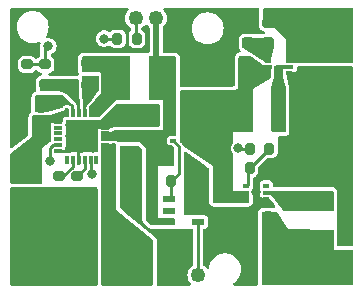
<source format=gtl>
G04 #@! TF.GenerationSoftware,KiCad,Pcbnew,7.0.5*
G04 #@! TF.CreationDate,2023-08-01T00:38:23-05:00*
G04 #@! TF.ProjectId,psxpress-pms,70737870-7265-4737-932d-706d732e6b69,rev?*
G04 #@! TF.SameCoordinates,Original*
G04 #@! TF.FileFunction,Copper,L1,Top*
G04 #@! TF.FilePolarity,Positive*
%FSLAX46Y46*%
G04 Gerber Fmt 4.6, Leading zero omitted, Abs format (unit mm)*
G04 Created by KiCad (PCBNEW 7.0.5) date 2023-08-01 00:38:23*
%MOMM*%
%LPD*%
G01*
G04 APERTURE LIST*
G04 Aperture macros list*
%AMRoundRect*
0 Rectangle with rounded corners*
0 $1 Rounding radius*
0 $2 $3 $4 $5 $6 $7 $8 $9 X,Y pos of 4 corners*
0 Add a 4 corners polygon primitive as box body*
4,1,4,$2,$3,$4,$5,$6,$7,$8,$9,$2,$3,0*
0 Add four circle primitives for the rounded corners*
1,1,$1+$1,$2,$3*
1,1,$1+$1,$4,$5*
1,1,$1+$1,$6,$7*
1,1,$1+$1,$8,$9*
0 Add four rect primitives between the rounded corners*
20,1,$1+$1,$2,$3,$4,$5,0*
20,1,$1+$1,$4,$5,$6,$7,0*
20,1,$1+$1,$6,$7,$8,$9,0*
20,1,$1+$1,$8,$9,$2,$3,0*%
G04 Aperture macros list end*
G04 #@! TA.AperFunction,SMDPad,CuDef*
%ADD10C,1.250000*%
G04 #@! TD*
G04 #@! TA.AperFunction,SMDPad,CuDef*
%ADD11R,1.500000X2.500000*%
G04 #@! TD*
G04 #@! TA.AperFunction,SMDPad,CuDef*
%ADD12R,2.500000X1.500000*%
G04 #@! TD*
G04 #@! TA.AperFunction,SMDPad,CuDef*
%ADD13RoundRect,0.200000X0.275000X-0.200000X0.275000X0.200000X-0.275000X0.200000X-0.275000X-0.200000X0*%
G04 #@! TD*
G04 #@! TA.AperFunction,SMDPad,CuDef*
%ADD14RoundRect,0.250000X-0.475000X0.250000X-0.475000X-0.250000X0.475000X-0.250000X0.475000X0.250000X0*%
G04 #@! TD*
G04 #@! TA.AperFunction,SMDPad,CuDef*
%ADD15R,0.800000X0.300000*%
G04 #@! TD*
G04 #@! TA.AperFunction,SMDPad,CuDef*
%ADD16R,0.300000X0.800000*%
G04 #@! TD*
G04 #@! TA.AperFunction,SMDPad,CuDef*
%ADD17R,2.800000X2.800000*%
G04 #@! TD*
G04 #@! TA.AperFunction,SMDPad,CuDef*
%ADD18RoundRect,0.250000X0.250000X0.475000X-0.250000X0.475000X-0.250000X-0.475000X0.250000X-0.475000X0*%
G04 #@! TD*
G04 #@! TA.AperFunction,SMDPad,CuDef*
%ADD19RoundRect,0.200000X-0.275000X0.200000X-0.275000X-0.200000X0.275000X-0.200000X0.275000X0.200000X0*%
G04 #@! TD*
G04 #@! TA.AperFunction,SMDPad,CuDef*
%ADD20R,0.500000X0.350000*%
G04 #@! TD*
G04 #@! TA.AperFunction,SMDPad,CuDef*
%ADD21R,0.300000X0.400000*%
G04 #@! TD*
G04 #@! TA.AperFunction,SMDPad,CuDef*
%ADD22R,1.980000X2.450000*%
G04 #@! TD*
G04 #@! TA.AperFunction,SMDPad,CuDef*
%ADD23R,0.430000X0.380000*%
G04 #@! TD*
G04 #@! TA.AperFunction,SMDPad,CuDef*
%ADD24RoundRect,0.200000X-0.200000X-0.275000X0.200000X-0.275000X0.200000X0.275000X-0.200000X0.275000X0*%
G04 #@! TD*
G04 #@! TA.AperFunction,SMDPad,CuDef*
%ADD25R,1.200000X3.700000*%
G04 #@! TD*
G04 #@! TA.AperFunction,SMDPad,CuDef*
%ADD26RoundRect,0.250000X-0.250000X-0.475000X0.250000X-0.475000X0.250000X0.475000X-0.250000X0.475000X0*%
G04 #@! TD*
G04 #@! TA.AperFunction,SMDPad,CuDef*
%ADD27R,1.050000X0.550000*%
G04 #@! TD*
G04 #@! TA.AperFunction,SMDPad,CuDef*
%ADD28R,3.700000X1.200000*%
G04 #@! TD*
G04 #@! TA.AperFunction,SMDPad,CuDef*
%ADD29RoundRect,0.250000X0.475000X-0.250000X0.475000X0.250000X-0.475000X0.250000X-0.475000X-0.250000X0*%
G04 #@! TD*
G04 #@! TA.AperFunction,SMDPad,CuDef*
%ADD30R,0.500000X0.375000*%
G04 #@! TD*
G04 #@! TA.AperFunction,SMDPad,CuDef*
%ADD31R,0.650000X0.300000*%
G04 #@! TD*
G04 #@! TA.AperFunction,SMDPad,CuDef*
%ADD32RoundRect,0.200000X0.200000X0.275000X-0.200000X0.275000X-0.200000X-0.275000X0.200000X-0.275000X0*%
G04 #@! TD*
G04 #@! TA.AperFunction,ViaPad*
%ADD33C,0.800000*%
G04 #@! TD*
G04 #@! TA.AperFunction,Conductor*
%ADD34C,0.500000*%
G04 #@! TD*
G04 #@! TA.AperFunction,Conductor*
%ADD35C,0.250000*%
G04 #@! TD*
G04 #@! TA.AperFunction,Conductor*
%ADD36C,0.380000*%
G04 #@! TD*
G04 APERTURE END LIST*
D10*
X168375000Y-57850000D03*
X170075000Y-57850000D03*
D11*
X185766252Y-58475000D03*
X185766252Y-65670652D03*
X185766252Y-70670652D03*
X185766252Y-78950000D03*
D10*
X171946252Y-79600000D03*
X173646252Y-79600000D03*
D12*
X167625000Y-79475000D03*
D11*
X158700000Y-73548748D03*
X158700000Y-70598748D03*
D13*
X163396252Y-72848748D03*
X163396252Y-71198748D03*
D14*
X185528752Y-61000652D03*
X185528752Y-62900652D03*
D15*
X161771252Y-66598748D03*
X161771252Y-67098748D03*
X161771252Y-67598748D03*
X161771252Y-68098748D03*
X161771252Y-68598748D03*
X161771252Y-69098748D03*
D16*
X162521252Y-69848748D03*
X163021252Y-69848748D03*
X163521252Y-69848748D03*
X164021252Y-69848748D03*
X164521252Y-69848748D03*
X165021252Y-69848748D03*
D15*
X165771252Y-69098748D03*
X165771252Y-68598748D03*
X165771252Y-68098748D03*
X165771252Y-67598748D03*
X165771252Y-67098748D03*
X165771252Y-66598748D03*
D16*
X165021252Y-65848748D03*
X164521252Y-65848748D03*
X164021252Y-65848748D03*
X163521252Y-65848748D03*
X163021252Y-65848748D03*
X162521252Y-65848748D03*
D17*
X163771252Y-67848748D03*
D18*
X160321252Y-67173748D03*
X158421252Y-67173748D03*
D19*
X159171252Y-61748748D03*
X159171252Y-63398748D03*
D20*
X171506252Y-66250000D03*
X171506252Y-66900000D03*
X171506252Y-67550000D03*
X171506252Y-68200000D03*
D21*
X174406252Y-68200000D03*
X174406252Y-67550000D03*
X174406252Y-66900000D03*
X174406252Y-66250000D03*
D22*
X173266252Y-67225000D03*
D23*
X172906252Y-65810000D03*
X172906252Y-68640000D03*
D13*
X160696252Y-63398748D03*
X160696252Y-61748748D03*
D18*
X179516252Y-74948748D03*
X177616252Y-74948748D03*
D24*
X178016252Y-70548748D03*
X179666252Y-70548748D03*
D25*
X170071252Y-62923748D03*
X167271252Y-62923748D03*
D26*
X165921252Y-71673748D03*
X167821252Y-71673748D03*
D18*
X177891252Y-61995652D03*
X175991252Y-61995652D03*
D24*
X166800000Y-59575000D03*
X168450000Y-59575000D03*
D27*
X173641252Y-75075000D03*
X173641252Y-74125000D03*
X173641252Y-73175000D03*
X171141252Y-73175000D03*
X171141252Y-74125000D03*
X171141252Y-75075000D03*
D24*
X178016252Y-68873748D03*
X179666252Y-68873748D03*
D14*
X175716252Y-72895652D03*
X175716252Y-74795652D03*
D28*
X183266252Y-73545652D03*
X183266252Y-76345652D03*
D29*
X169471252Y-67823748D03*
X169471252Y-65923748D03*
X167431252Y-67823748D03*
X167431252Y-65923748D03*
D30*
X177716252Y-72070652D03*
D31*
X177641252Y-72608152D03*
D30*
X177716252Y-73145652D03*
X179416252Y-73145652D03*
D31*
X179491252Y-72608152D03*
D30*
X179416252Y-72070652D03*
X179591252Y-61445652D03*
D31*
X179516252Y-61983152D03*
D30*
X179591252Y-62520652D03*
X181291252Y-62520652D03*
D31*
X181366252Y-61983152D03*
D30*
X181291252Y-61445652D03*
D13*
X161871252Y-72848748D03*
X161871252Y-71198748D03*
X177841252Y-59895652D03*
X177841252Y-58245652D03*
D19*
X179591252Y-58245652D03*
X179591252Y-59895652D03*
D32*
X171350000Y-71625000D03*
X169700000Y-71625000D03*
D18*
X160321252Y-65098748D03*
X158421252Y-65098748D03*
D14*
X183241252Y-60995652D03*
X183241252Y-62895652D03*
D18*
X179516252Y-77098748D03*
X177616252Y-77098748D03*
D14*
X164496252Y-61598748D03*
X164496252Y-63498748D03*
D25*
X177641252Y-65645652D03*
X180441252Y-65645652D03*
D14*
X162471252Y-61598748D03*
X162471252Y-63498748D03*
D18*
X169696252Y-69623748D03*
X167796252Y-69623748D03*
D33*
X182450000Y-70225000D03*
X159325000Y-75525000D03*
X178566252Y-72595652D03*
X182450000Y-65250000D03*
X163771252Y-68823748D03*
X173825000Y-72250000D03*
X172275000Y-59150000D03*
X173050000Y-62675000D03*
X173950000Y-62675000D03*
X158425000Y-79850000D03*
X162771252Y-66873748D03*
X164775000Y-57550000D03*
X163500000Y-76425000D03*
X183350000Y-66150000D03*
X176150000Y-76250000D03*
X176400000Y-57900000D03*
X164721252Y-68823748D03*
X171375000Y-59150000D03*
X162771252Y-67848748D03*
X173950000Y-61775000D03*
X183350000Y-71125000D03*
X183350000Y-68625000D03*
X158125000Y-63625000D03*
X182450000Y-67725000D03*
X173050000Y-61775000D03*
X183350000Y-65250000D03*
X172275000Y-60050000D03*
X163525000Y-79850000D03*
X163771252Y-66898748D03*
X171475000Y-77100000D03*
X163300000Y-58700000D03*
X164775000Y-58675000D03*
X176375000Y-59650000D03*
X186150000Y-73050000D03*
X170575000Y-77100000D03*
X163500000Y-75525000D03*
X186150000Y-76575000D03*
X168400000Y-72825000D03*
X162771252Y-68823748D03*
X168400000Y-73725000D03*
X167500000Y-72825000D03*
X166325000Y-66150000D03*
X161850000Y-57525000D03*
X167500000Y-73725000D03*
X178000000Y-78975000D03*
X158525000Y-60325000D03*
X164600000Y-72675000D03*
X172925000Y-72250000D03*
X182450000Y-68625000D03*
X164425000Y-79850000D03*
X183350000Y-67725000D03*
X176150000Y-77150000D03*
X171475000Y-76200000D03*
X171375000Y-60050000D03*
X178000000Y-79875000D03*
X164721252Y-66873748D03*
X183350000Y-70225000D03*
X171375000Y-59150000D03*
X159325000Y-76425000D03*
X163771252Y-67848748D03*
X186150000Y-75675000D03*
X182450000Y-71125000D03*
X173825000Y-71350000D03*
X164400000Y-75525000D03*
X182450000Y-66150000D03*
X164721252Y-67848748D03*
X159325000Y-79850000D03*
X186150000Y-73950000D03*
X161850000Y-58650000D03*
X164400000Y-76425000D03*
X163300000Y-57525000D03*
X170575000Y-76200000D03*
X175250000Y-76250000D03*
X158425000Y-76425000D03*
X173050000Y-61775000D03*
X172925000Y-71350000D03*
X158425000Y-75525000D03*
X175250000Y-77150000D03*
X161125000Y-69925000D03*
X165700000Y-59575000D03*
X164646252Y-71073748D03*
X160950000Y-60225000D03*
X177025000Y-68850000D03*
X180900000Y-79000000D03*
D34*
X170071252Y-57853748D02*
X170075000Y-57850000D01*
X170071252Y-62923748D02*
X170071252Y-57853748D01*
D35*
X170917504Y-75075000D02*
X171141252Y-75075000D01*
X162496252Y-69098748D02*
X162771252Y-68823748D01*
D36*
X178566252Y-72808152D02*
X178566252Y-72595652D01*
D35*
X161771252Y-69098748D02*
X162496252Y-69098748D01*
X160796252Y-63498748D02*
X160696252Y-63398748D01*
X162371252Y-63398748D02*
X162471252Y-63498748D01*
X161326252Y-68598748D02*
X161771252Y-68598748D01*
X166800000Y-59575000D02*
X165700000Y-59575000D01*
X161119252Y-68805748D02*
X161326252Y-68598748D01*
X161119252Y-69919252D02*
X161119252Y-68805748D01*
X161125000Y-69925000D02*
X161119252Y-69919252D01*
X163021252Y-70402748D02*
X163021252Y-69848748D01*
X161871252Y-71198748D02*
X162225252Y-71198748D01*
X162225252Y-71198748D02*
X163021252Y-70402748D01*
X163396252Y-71198748D02*
X164021252Y-70573748D01*
X164021252Y-70573748D02*
X164021252Y-69848748D01*
X159171252Y-61748748D02*
X160696252Y-61748748D01*
X160950000Y-60225000D02*
X160696252Y-60478748D01*
X164646252Y-71073748D02*
X164521252Y-70948748D01*
X164521252Y-70948748D02*
X164521252Y-69848748D01*
X160696252Y-60478748D02*
X160696252Y-61748748D01*
X173641252Y-75075000D02*
X173641252Y-79595000D01*
X173641252Y-79595000D02*
X173646252Y-79600000D01*
X171975000Y-71000000D02*
X171975000Y-68668748D01*
X171350000Y-72966252D02*
X171350000Y-71625000D01*
X171350000Y-71625000D02*
X171975000Y-71000000D01*
X171141252Y-73175000D02*
X171350000Y-72966252D01*
X171975000Y-68668748D02*
X171506252Y-68200000D01*
X177841252Y-71945652D02*
X177716252Y-72070652D01*
X178016252Y-70548748D02*
X177841252Y-70723748D01*
X178016252Y-70548748D02*
X179666252Y-68898748D01*
X179666252Y-68898748D02*
X179666252Y-68873748D01*
X177841252Y-70723748D02*
X177841252Y-71945652D01*
X168375000Y-59500000D02*
X168375000Y-57850000D01*
X168450000Y-59575000D02*
X168375000Y-59500000D01*
X177048748Y-68873748D02*
X178016252Y-68873748D01*
X177025000Y-68850000D02*
X177048748Y-68873748D01*
G04 #@! TA.AperFunction,Conductor*
G36*
X178108717Y-61065337D02*
G01*
X178110761Y-61066679D01*
X178157896Y-61098301D01*
X178817407Y-61540758D01*
X179164540Y-61777439D01*
X179182196Y-61792068D01*
X179255215Y-61840858D01*
X179255219Y-61840860D01*
X179293735Y-61848520D01*
X179319533Y-61853652D01*
X179716752Y-61853651D01*
X179783791Y-61873335D01*
X179829546Y-61926139D01*
X179840752Y-61977651D01*
X179840752Y-62756412D01*
X179821067Y-62823451D01*
X179781022Y-62862456D01*
X178241252Y-63795651D01*
X178241251Y-63795652D01*
X178241252Y-67371652D01*
X178221567Y-67438691D01*
X178168763Y-67484446D01*
X178117252Y-67495652D01*
X176591252Y-67495652D01*
X176591252Y-68349977D01*
X176571567Y-68417016D01*
X176560068Y-68432203D01*
X176557139Y-68435509D01*
X176471541Y-68559519D01*
X176418106Y-68700413D01*
X176418105Y-68700416D01*
X176399943Y-68849999D01*
X176399943Y-68850000D01*
X176418105Y-68999583D01*
X176418106Y-68999586D01*
X176471541Y-69140480D01*
X176557136Y-69264487D01*
X176560064Y-69267791D01*
X176589788Y-69331023D01*
X176591252Y-69350022D01*
X176591252Y-72455652D01*
X177330909Y-72455652D01*
X177378359Y-72465090D01*
X177380216Y-72465859D01*
X177401459Y-72470084D01*
X177444533Y-72478652D01*
X177817195Y-72478651D01*
X177884234Y-72498335D01*
X177929989Y-72551139D01*
X177938110Y-72588471D01*
X177940291Y-72588207D01*
X177959357Y-72745238D01*
X177961152Y-72752516D01*
X177960134Y-72752766D01*
X177966252Y-72786138D01*
X177966252Y-73361652D01*
X177946567Y-73428691D01*
X177893763Y-73474446D01*
X177842252Y-73485652D01*
X174990052Y-73485652D01*
X174923013Y-73465967D01*
X174877258Y-73413163D01*
X174866052Y-73361852D01*
X174865056Y-72745238D01*
X174861252Y-70388748D01*
X174861251Y-70388748D01*
X172359278Y-68647807D01*
X172315493Y-68593359D01*
X172307985Y-68567550D01*
X172304672Y-68548757D01*
X172304669Y-68548751D01*
X172303760Y-68546254D01*
X172294087Y-68522899D01*
X172292960Y-68520483D01*
X172292960Y-68520481D01*
X172287766Y-68513064D01*
X172268217Y-68485143D01*
X172265316Y-68480591D01*
X172250500Y-68454928D01*
X172243751Y-68443238D01*
X172212500Y-68417016D01*
X172210706Y-68415510D01*
X172206734Y-68411871D01*
X172111319Y-68316456D01*
X172077834Y-68255133D01*
X172075000Y-68228775D01*
X172075000Y-64069017D01*
X172094685Y-64001978D01*
X172147489Y-63956223D01*
X172199013Y-63945018D01*
X176566252Y-63945652D01*
X177041252Y-63795652D01*
X177041252Y-62695652D01*
X177041252Y-61169652D01*
X177060937Y-61102613D01*
X177113741Y-61056858D01*
X177165252Y-61045652D01*
X178041678Y-61045652D01*
X178108717Y-61065337D01*
G37*
G04 #@! TD.AperFunction*
G04 #@! TA.AperFunction,Conductor*
G36*
X180009291Y-59515337D02*
G01*
X180055046Y-59568141D01*
X180066252Y-59619652D01*
X180066252Y-60281527D01*
X180063077Y-60309409D01*
X179841252Y-61270650D01*
X179841252Y-61488652D01*
X179821567Y-61555691D01*
X179768763Y-61601446D01*
X179717252Y-61612652D01*
X179367069Y-61612652D01*
X179300030Y-61592967D01*
X179297986Y-61591625D01*
X177421169Y-60332495D01*
X177376464Y-60278799D01*
X177366252Y-60229522D01*
X177366252Y-59619652D01*
X177385937Y-59552613D01*
X177438741Y-59506858D01*
X177490252Y-59495652D01*
X179942252Y-59495652D01*
X180009291Y-59515337D01*
G37*
G04 #@! TD.AperFunction*
G04 #@! TA.AperFunction,Conductor*
G36*
X161131077Y-68295179D02*
G01*
X161130311Y-68297806D01*
X161105591Y-68325928D01*
X161100744Y-68329994D01*
X161096981Y-68334479D01*
X161075329Y-68354757D01*
X160399999Y-68849999D01*
X160399999Y-71725942D01*
X160380314Y-71792981D01*
X160327510Y-71838736D01*
X160275942Y-71849942D01*
X157840695Y-71848814D01*
X157773664Y-71829098D01*
X157727934Y-71776273D01*
X157716752Y-71724814D01*
X157716752Y-69393860D01*
X157736437Y-69326821D01*
X157764987Y-69295698D01*
X159575000Y-67898748D01*
X161131077Y-68295179D01*
G37*
G04 #@! TD.AperFunction*
G04 #@! TA.AperFunction,Conductor*
G36*
X166700000Y-74050000D02*
G01*
X169779855Y-76587801D01*
X169819074Y-76645623D01*
X169825000Y-76683497D01*
X169825000Y-80349248D01*
X169805315Y-80416287D01*
X169752511Y-80462042D01*
X169701000Y-80473248D01*
X165549000Y-80473248D01*
X165481961Y-80453563D01*
X165436206Y-80400759D01*
X165425000Y-80349248D01*
X165425000Y-72425058D01*
X165425000Y-72425000D01*
X166696252Y-72425000D01*
X166700000Y-74050000D01*
G37*
G04 #@! TD.AperFunction*
G04 #@! TA.AperFunction,Conductor*
G36*
X163489291Y-63018433D02*
G01*
X163535046Y-63071237D01*
X163546252Y-63122748D01*
X163546252Y-63998748D01*
X163662233Y-65344137D01*
X163660309Y-65378975D01*
X163650752Y-65427027D01*
X163650752Y-66104248D01*
X163631067Y-66171287D01*
X163578263Y-66217042D01*
X163526752Y-66228248D01*
X163515751Y-66228248D01*
X163448712Y-66208563D01*
X163402957Y-66155759D01*
X163391751Y-66104248D01*
X163391751Y-65427028D01*
X163389666Y-65416547D01*
X163387379Y-65387483D01*
X163389866Y-65324248D01*
X163389865Y-65324245D01*
X163390177Y-65316306D01*
X163390666Y-65305316D01*
X163389575Y-65271013D01*
X163360312Y-65181928D01*
X163360310Y-65181924D01*
X163325186Y-65121537D01*
X163325184Y-65121535D01*
X163285343Y-65071208D01*
X163285338Y-65071202D01*
X163169292Y-64961265D01*
X163169266Y-64961241D01*
X163166682Y-64958868D01*
X163166654Y-64958843D01*
X163155936Y-64949303D01*
X163156174Y-64949035D01*
X163142575Y-64935726D01*
X163142219Y-64936053D01*
X163139236Y-64932793D01*
X163139232Y-64932788D01*
X163092441Y-64888460D01*
X162408390Y-64240410D01*
X162408386Y-64240406D01*
X162408377Y-64240398D01*
X162400383Y-64233505D01*
X162400368Y-64233492D01*
X162377986Y-64215950D01*
X162362580Y-64208023D01*
X162323593Y-64176591D01*
X162321252Y-64173748D01*
X162321251Y-64173748D01*
X161746252Y-63998748D01*
X161746252Y-62998748D01*
X163422252Y-62998748D01*
X163489291Y-63018433D01*
G37*
G04 #@! TD.AperFunction*
G04 #@! TA.AperFunction,Conductor*
G36*
X162238881Y-64393433D02*
G01*
X162257122Y-64407730D01*
X162984146Y-65096490D01*
X162994591Y-65114447D01*
X163009689Y-65121019D01*
X163015453Y-65126149D01*
X163130258Y-65234912D01*
X163165388Y-65295308D01*
X163162952Y-65350144D01*
X163165927Y-65350736D01*
X163150752Y-65427024D01*
X163150752Y-66104248D01*
X163131067Y-66171287D01*
X163078263Y-66217042D01*
X163026752Y-66228248D01*
X163015751Y-66228248D01*
X162948712Y-66208563D01*
X162902957Y-66155759D01*
X162891751Y-66104248D01*
X162891751Y-65427030D01*
X162891750Y-65427024D01*
X162878959Y-65362713D01*
X162830224Y-65289776D01*
X162830221Y-65289774D01*
X162830200Y-65289742D01*
X162829979Y-65289612D01*
X162757287Y-65241041D01*
X162757286Y-65241040D01*
X162757285Y-65241040D01*
X162757284Y-65241039D01*
X162692973Y-65228248D01*
X162349535Y-65228248D01*
X162285216Y-65241041D01*
X162285213Y-65241042D01*
X162212280Y-65289775D01*
X162163544Y-65362714D01*
X162163543Y-65362715D01*
X162158542Y-65387862D01*
X162126157Y-65449773D01*
X162069552Y-65483302D01*
X160838110Y-65819150D01*
X160805582Y-65823519D01*
X160518375Y-65823748D01*
X159945252Y-65823748D01*
X159878213Y-65804063D01*
X159832458Y-65751259D01*
X159821252Y-65699748D01*
X159821252Y-64497748D01*
X159840937Y-64430709D01*
X159893741Y-64384954D01*
X159945252Y-64373748D01*
X162171842Y-64373748D01*
X162238881Y-64393433D01*
G37*
G04 #@! TD.AperFunction*
G04 #@! TA.AperFunction,Conductor*
G36*
X161746252Y-63998748D02*
G01*
X160345252Y-63998748D01*
X160278213Y-63979063D01*
X160232458Y-63926259D01*
X160221252Y-63874748D01*
X160221252Y-63122748D01*
X160240937Y-63055709D01*
X160293741Y-63009954D01*
X160345252Y-62998748D01*
X161746252Y-62998748D01*
X161746252Y-63998748D01*
G37*
G04 #@! TD.AperFunction*
G04 #@! TA.AperFunction,Conductor*
G36*
X161147419Y-66749890D02*
G01*
X161147419Y-66749891D01*
X161149884Y-68230734D01*
X161131077Y-68295179D01*
X159575000Y-67898748D01*
X159575000Y-66173901D01*
X159594685Y-66106862D01*
X159647489Y-66061107D01*
X159698899Y-66049901D01*
X161146252Y-66048748D01*
X161147419Y-66749890D01*
G37*
G04 #@! TD.AperFunction*
G04 #@! TA.AperFunction,Conductor*
G36*
X185059291Y-72465337D02*
G01*
X185105046Y-72518141D01*
X185116252Y-72569652D01*
X185116252Y-74021652D01*
X185096567Y-74088691D01*
X185043763Y-74134446D01*
X184992252Y-74145652D01*
X180927581Y-74145652D01*
X180860542Y-74125967D01*
X180829030Y-74096909D01*
X180822754Y-74088691D01*
X180760367Y-74006993D01*
X179816253Y-72770652D01*
X179810567Y-72767840D01*
X179763966Y-72754156D01*
X179763568Y-72755118D01*
X179754625Y-72751413D01*
X179753104Y-72750967D01*
X179752342Y-72750467D01*
X179752284Y-72750443D01*
X179687975Y-72737652D01*
X179687971Y-72737652D01*
X179314034Y-72737652D01*
X179246995Y-72717967D01*
X179201240Y-72665163D01*
X179191628Y-72603153D01*
X179191309Y-72603153D01*
X179191309Y-72602651D01*
X179191466Y-72602113D01*
X179190938Y-72598704D01*
X179191309Y-72595652D01*
X179191308Y-72595649D01*
X179192213Y-72588204D01*
X179195436Y-72588595D01*
X179210994Y-72535612D01*
X179263798Y-72489857D01*
X179315309Y-72478651D01*
X179687969Y-72478651D01*
X179687970Y-72478651D01*
X179752287Y-72465859D01*
X179752288Y-72465858D01*
X179752289Y-72465858D01*
X179763572Y-72461185D01*
X179764124Y-72462519D01*
X179817932Y-72445672D01*
X179820144Y-72445652D01*
X184992252Y-72445652D01*
X185059291Y-72465337D01*
G37*
G04 #@! TD.AperFunction*
G04 #@! TA.AperFunction,Conductor*
G36*
X186709191Y-56993933D02*
G01*
X186754946Y-57046737D01*
X186766152Y-57098248D01*
X186766152Y-61499676D01*
X186746467Y-61566715D01*
X186693663Y-61612470D01*
X186642085Y-61623676D01*
X181767307Y-61621043D01*
X181743187Y-61618661D01*
X181712973Y-61612652D01*
X181165252Y-61612652D01*
X181098213Y-61592967D01*
X181052458Y-61540163D01*
X181041252Y-61488652D01*
X181041252Y-59623747D01*
X180066253Y-58645652D01*
X180066252Y-58645652D01*
X179240252Y-58645652D01*
X179173213Y-58625967D01*
X179127458Y-58573163D01*
X179116252Y-58521652D01*
X179116252Y-57098248D01*
X179135937Y-57031209D01*
X179188741Y-56985454D01*
X179240252Y-56974248D01*
X186642152Y-56974248D01*
X186709191Y-56993933D01*
G37*
G04 #@! TD.AperFunction*
G04 #@! TA.AperFunction,Conductor*
G36*
X171771252Y-67680500D02*
G01*
X171751567Y-67747539D01*
X171698763Y-67793294D01*
X171647252Y-67804500D01*
X171234535Y-67804500D01*
X171170216Y-67817293D01*
X171170213Y-67817294D01*
X171097280Y-67866027D01*
X171048544Y-67938966D01*
X171048543Y-67938967D01*
X171035752Y-68003277D01*
X171035752Y-68396716D01*
X171048545Y-68461035D01*
X171048546Y-68461038D01*
X171091160Y-68524813D01*
X171097280Y-68533972D01*
X171170217Y-68582707D01*
X171170218Y-68582707D01*
X171170219Y-68582708D01*
X171208735Y-68590368D01*
X171234533Y-68595500D01*
X171361777Y-68595499D01*
X171428817Y-68615183D01*
X171449459Y-68631818D01*
X171593181Y-68775540D01*
X171626666Y-68836863D01*
X171629500Y-68863221D01*
X171629500Y-70225785D01*
X171609815Y-70292824D01*
X171557011Y-70338579D01*
X171505402Y-70349785D01*
X170196252Y-70348747D01*
X170196252Y-70348748D01*
X169196252Y-70348748D01*
X169196252Y-68898748D01*
X168746252Y-68323748D01*
X166862885Y-68323748D01*
X166795846Y-68304063D01*
X166789048Y-68299368D01*
X166785336Y-68296617D01*
X166785334Y-68296615D01*
X166744078Y-68274341D01*
X166702824Y-68252068D01*
X166702825Y-68252068D01*
X166640569Y-68233788D01*
X166635787Y-68232384D01*
X166635788Y-68232384D01*
X166635786Y-68232383D01*
X166635784Y-68232383D01*
X166572252Y-68223248D01*
X166300558Y-68223248D01*
X166295836Y-68223712D01*
X166256585Y-68227577D01*
X166256560Y-68227581D01*
X166247265Y-68229429D01*
X166198906Y-68229428D01*
X166192973Y-68228248D01*
X166192971Y-68228248D01*
X165515751Y-68228248D01*
X165448712Y-68208563D01*
X165402957Y-68155759D01*
X165391751Y-68104248D01*
X165391751Y-67593247D01*
X165411436Y-67526208D01*
X165464240Y-67480453D01*
X165515751Y-67469247D01*
X166192969Y-67469247D01*
X166192970Y-67469247D01*
X166257287Y-67456455D01*
X166304328Y-67425022D01*
X166344487Y-67407501D01*
X166682090Y-67327119D01*
X166710810Y-67323748D01*
X170671252Y-67323748D01*
X171246252Y-67323748D01*
X171771252Y-67323748D01*
X171771252Y-67680500D01*
G37*
G04 #@! TD.AperFunction*
G04 #@! TA.AperFunction,Conductor*
G36*
X167818039Y-61094685D02*
G01*
X167863794Y-61147489D01*
X167875000Y-61199000D01*
X167875000Y-64651000D01*
X167855315Y-64718039D01*
X167802511Y-64763794D01*
X167751000Y-64775000D01*
X166674998Y-64775000D01*
X165233308Y-66192663D01*
X165171706Y-66225631D01*
X165146367Y-66228248D01*
X164515751Y-66228248D01*
X164448712Y-66208563D01*
X164402957Y-66155759D01*
X164391751Y-66104248D01*
X164391751Y-65476508D01*
X164411436Y-65409469D01*
X164421731Y-65395661D01*
X165450000Y-64200000D01*
X165450000Y-62550000D01*
X165300000Y-62400000D01*
X163899000Y-62400000D01*
X163831961Y-62380315D01*
X163786206Y-62327511D01*
X163775000Y-62276000D01*
X163775000Y-61199000D01*
X163794685Y-61131961D01*
X163847489Y-61086206D01*
X163899000Y-61075000D01*
X167751000Y-61075000D01*
X167818039Y-61094685D01*
G37*
G04 #@! TD.AperFunction*
G04 #@! TA.AperFunction,Conductor*
G36*
X166639291Y-68468433D02*
G01*
X166685046Y-68521237D01*
X166696252Y-68572748D01*
X166696252Y-72424857D01*
X166696252Y-72425000D01*
X165425000Y-72425000D01*
X165421388Y-68593362D01*
X165441009Y-68526306D01*
X165493770Y-68480501D01*
X165545388Y-68469247D01*
X166192969Y-68469247D01*
X166192970Y-68469247D01*
X166257287Y-68456455D01*
X166257287Y-68456454D01*
X166269266Y-68454072D01*
X166269438Y-68454937D01*
X166300558Y-68448748D01*
X166572252Y-68448748D01*
X166639291Y-68468433D01*
G37*
G04 #@! TD.AperFunction*
G04 #@! TA.AperFunction,Conductor*
G36*
X180206728Y-74224764D02*
G01*
X180273699Y-74244680D01*
X180311309Y-74282815D01*
X181216252Y-75723748D01*
X184992949Y-75744959D01*
X185059876Y-75765020D01*
X185105334Y-75818080D01*
X185116252Y-75868956D01*
X185116252Y-77445652D01*
X186642152Y-77445652D01*
X186709191Y-77465337D01*
X186754946Y-77518141D01*
X186766152Y-77569652D01*
X186766152Y-80346652D01*
X186746467Y-80413691D01*
X186693663Y-80459446D01*
X186642152Y-80470652D01*
X179140252Y-80470652D01*
X179073213Y-80450967D01*
X179027458Y-80398163D01*
X179016252Y-80346652D01*
X179016252Y-77445652D01*
X179016252Y-74345076D01*
X179035936Y-74278041D01*
X179088740Y-74232286D01*
X179140675Y-74221081D01*
X180206728Y-74224764D01*
G37*
G04 #@! TD.AperFunction*
G04 #@! TA.AperFunction,Conductor*
G36*
X180991291Y-61848034D02*
G01*
X181019533Y-61853652D01*
X181562970Y-61853651D01*
X181567252Y-61853651D01*
X181634291Y-61873335D01*
X181680046Y-61926139D01*
X181691252Y-61977651D01*
X181691252Y-61988652D01*
X181671567Y-62055691D01*
X181618763Y-62101446D01*
X181567252Y-62112652D01*
X181019534Y-62112652D01*
X180994999Y-62117532D01*
X180991291Y-62118270D01*
X180967104Y-62120652D01*
X180816252Y-62120652D01*
X180816252Y-62845650D01*
X181037914Y-63781558D01*
X181041252Y-63810136D01*
X181041252Y-67371652D01*
X181021567Y-67438691D01*
X180968763Y-67484446D01*
X180917252Y-67495652D01*
X179965252Y-67495652D01*
X179898213Y-67475967D01*
X179852458Y-67423163D01*
X179841252Y-67371652D01*
X179841252Y-63810136D01*
X179844590Y-63781558D01*
X180066252Y-62845650D01*
X180066252Y-61969652D01*
X180085937Y-61902613D01*
X180138741Y-61856858D01*
X180190252Y-61845652D01*
X180967103Y-61845652D01*
X180991291Y-61848034D01*
G37*
G04 #@! TD.AperFunction*
G04 #@! TA.AperFunction,Conductor*
G36*
X166171252Y-67228248D02*
G01*
X165349535Y-67228248D01*
X165285216Y-67241041D01*
X165285213Y-67241042D01*
X165273681Y-67248748D01*
X165171252Y-67248748D01*
X165171252Y-66469247D01*
X165192970Y-66469247D01*
X165257287Y-66456455D01*
X165268821Y-66448748D01*
X166171252Y-66448748D01*
X166171252Y-67228248D01*
G37*
G04 #@! TD.AperFunction*
G04 #@! TA.AperFunction,Conductor*
G36*
X171714291Y-61093433D02*
G01*
X171760046Y-61146237D01*
X171771252Y-61197747D01*
X171771252Y-67323748D01*
X170671252Y-67323748D01*
X170671252Y-64773748D01*
X169595252Y-64773748D01*
X169528213Y-64754063D01*
X169482458Y-64701259D01*
X169471252Y-64649748D01*
X169471252Y-61197748D01*
X169490937Y-61130709D01*
X169543741Y-61084954D01*
X169595252Y-61073748D01*
X171647252Y-61073748D01*
X171714291Y-61093433D01*
G37*
G04 #@! TD.AperFunction*
G04 #@! TA.AperFunction,Conductor*
G36*
X170200000Y-72100000D02*
G01*
X170200000Y-74800000D01*
X171551000Y-74800000D01*
X171618039Y-74819685D01*
X171663794Y-74872489D01*
X171675000Y-74924000D01*
X171675000Y-75226000D01*
X171655315Y-75293039D01*
X171602511Y-75338794D01*
X171551000Y-75350000D01*
X169676362Y-75350000D01*
X169609323Y-75330315D01*
X169588681Y-75313681D01*
X169236319Y-74961319D01*
X169202834Y-74899996D01*
X169200000Y-74873638D01*
X169200000Y-72100132D01*
X169196252Y-70348748D01*
X170196252Y-70348748D01*
X170200000Y-72100000D01*
G37*
G04 #@! TD.AperFunction*
G04 #@! TA.AperFunction,Conductor*
G36*
X163671252Y-69351178D02*
G01*
X163663544Y-69362714D01*
X163663543Y-69362715D01*
X163650752Y-69427024D01*
X163650752Y-70248748D01*
X163391752Y-70248748D01*
X163391751Y-69427030D01*
X163378959Y-69362713D01*
X163378957Y-69362711D01*
X163378957Y-69362709D01*
X163371252Y-69351178D01*
X163371252Y-69248748D01*
X163671252Y-69248748D01*
X163671252Y-69351178D01*
G37*
G04 #@! TD.AperFunction*
G04 #@! TA.AperFunction,Conductor*
G36*
X162593791Y-65473433D02*
G01*
X162639546Y-65526237D01*
X162650752Y-65577748D01*
X162650752Y-66104248D01*
X162631067Y-66171287D01*
X162578263Y-66217042D01*
X162526753Y-66228248D01*
X162349535Y-66228248D01*
X162285216Y-66241041D01*
X162285213Y-66241042D01*
X162212280Y-66289775D01*
X162163544Y-66362714D01*
X162163543Y-66362715D01*
X162150752Y-66427024D01*
X162150752Y-66604248D01*
X162131067Y-66671287D01*
X162078263Y-66717042D01*
X162026752Y-66728248D01*
X161349534Y-66728248D01*
X161349533Y-66728249D01*
X161273239Y-66743423D01*
X161273172Y-66743086D01*
X161239575Y-66749787D01*
X161147419Y-66749890D01*
X161146252Y-66048748D01*
X161046252Y-66048827D01*
X161046252Y-66048826D01*
X161053315Y-66048821D01*
X161066978Y-66039362D01*
X161329486Y-65920491D01*
X161347966Y-65913834D01*
X162128885Y-65700856D01*
X162184475Y-65677320D01*
X162241080Y-65643791D01*
X162266184Y-65626529D01*
X162325971Y-65554294D01*
X162343768Y-65520270D01*
X162392282Y-65469994D01*
X162453642Y-65453748D01*
X162526752Y-65453748D01*
X162593791Y-65473433D01*
G37*
G04 #@! TD.AperFunction*
G04 #@! TA.AperFunction,Conductor*
G36*
X165164291Y-62718433D02*
G01*
X165210046Y-62771237D01*
X165221252Y-62822748D01*
X165221252Y-63958565D01*
X165201567Y-64025604D01*
X165197685Y-64031292D01*
X164666310Y-64765093D01*
X164663100Y-64769157D01*
X164248199Y-65251603D01*
X164243299Y-65257719D01*
X164243286Y-65257736D01*
X164239218Y-65263192D01*
X164220623Y-65280851D01*
X164220914Y-65281142D01*
X164212277Y-65289779D01*
X164163545Y-65362711D01*
X164163543Y-65362715D01*
X164150752Y-65427024D01*
X164150752Y-66104248D01*
X164131067Y-66171287D01*
X164078263Y-66217042D01*
X164026752Y-66228248D01*
X164015751Y-66228248D01*
X163948712Y-66208563D01*
X163902957Y-66155759D01*
X163891751Y-66104248D01*
X163891751Y-65427030D01*
X163888349Y-65409930D01*
X163886156Y-65378904D01*
X163887829Y-65348622D01*
X163887584Y-65332701D01*
X163771981Y-63991698D01*
X163771752Y-63986370D01*
X163771752Y-63122749D01*
X163771751Y-63122743D01*
X163771607Y-63121398D01*
X163771252Y-63114767D01*
X163771252Y-62822748D01*
X163790937Y-62755709D01*
X163843741Y-62709954D01*
X163895252Y-62698748D01*
X165097252Y-62698748D01*
X165164291Y-62718433D01*
G37*
G04 #@! TD.AperFunction*
G04 #@! TA.AperFunction,Conductor*
G36*
X160348638Y-72151870D02*
G01*
X160348638Y-72150000D01*
X160400000Y-72150000D01*
X164995357Y-72150000D01*
X165062396Y-72169685D01*
X165108151Y-72222489D01*
X165119357Y-72273883D01*
X165119500Y-72425058D01*
X165119500Y-80349248D01*
X165099815Y-80416287D01*
X165047011Y-80462042D01*
X164995500Y-80473248D01*
X157840752Y-80473248D01*
X157773713Y-80453563D01*
X157727958Y-80400759D01*
X157716752Y-80349248D01*
X157716752Y-72278314D01*
X157736437Y-72211275D01*
X157789241Y-72165520D01*
X157840808Y-72154314D01*
X160210983Y-72155411D01*
X160275793Y-72155442D01*
X160275793Y-72155441D01*
X160275800Y-72155442D01*
X160333933Y-72149212D01*
X160348638Y-72151870D01*
G37*
G04 #@! TD.AperFunction*
G04 #@! TA.AperFunction,Conductor*
G36*
X168604028Y-68648933D02*
G01*
X168634639Y-68676826D01*
X168864402Y-68970411D01*
X168890218Y-69035336D01*
X168890752Y-69046833D01*
X168890752Y-70346662D01*
X168890747Y-70346769D01*
X168890752Y-70349049D01*
X168890752Y-70349367D01*
X168894500Y-72100264D01*
X168894500Y-74881820D01*
X168895375Y-74898147D01*
X168895379Y-74898199D01*
X168899080Y-74932615D01*
X168899920Y-74939660D01*
X168899920Y-74939662D01*
X168934700Y-75046401D01*
X168934704Y-75046411D01*
X168968189Y-75107733D01*
X169020289Y-75177329D01*
X169020307Y-75177350D01*
X169237823Y-75394865D01*
X169378446Y-75535488D01*
X169390621Y-75546424D01*
X169417634Y-75568192D01*
X169417674Y-75568224D01*
X169423172Y-75572551D01*
X169423175Y-75572553D01*
X169523251Y-75623439D01*
X169590290Y-75643124D01*
X169676362Y-75655500D01*
X169676365Y-75655500D01*
X171550991Y-75655500D01*
X171551000Y-75655500D01*
X171594202Y-75650855D01*
X171600836Y-75650499D01*
X171711108Y-75650499D01*
X171711116Y-75650499D01*
X171711130Y-75650497D01*
X171711135Y-75650497D01*
X171711864Y-75650413D01*
X171719008Y-75650000D01*
X173063486Y-75650000D01*
X173070636Y-75650413D01*
X173070754Y-75650426D01*
X173071387Y-75650500D01*
X173091749Y-75650499D01*
X173158787Y-75670181D01*
X173204544Y-75722983D01*
X173215752Y-75774499D01*
X173215752Y-78705613D01*
X173196067Y-78772652D01*
X173164638Y-78805931D01*
X173023557Y-78908433D01*
X173023554Y-78908435D01*
X172893381Y-79053009D01*
X172796109Y-79221488D01*
X172796108Y-79221489D01*
X172735990Y-79406516D01*
X172715654Y-79600000D01*
X172735990Y-79793483D01*
X172796108Y-79978510D01*
X172796109Y-79978511D01*
X172876411Y-80117597D01*
X172893382Y-80146992D01*
X172940341Y-80199145D01*
X173000785Y-80266276D01*
X173031015Y-80329268D01*
X173022389Y-80398603D01*
X172977648Y-80452268D01*
X172910995Y-80473226D01*
X172908635Y-80473248D01*
X170254500Y-80473248D01*
X170187461Y-80453563D01*
X170141706Y-80400759D01*
X170130500Y-80349248D01*
X170130500Y-76683502D01*
X170126828Y-76636277D01*
X170126828Y-76636271D01*
X170120902Y-76598397D01*
X170116778Y-76577049D01*
X170116775Y-76577042D01*
X170071906Y-76474141D01*
X170071903Y-76474136D01*
X170032684Y-76416314D01*
X169974130Y-76352031D01*
X167818576Y-74575854D01*
X167050177Y-73942693D01*
X167010958Y-73884870D01*
X167005032Y-73847285D01*
X167002682Y-72828139D01*
X167001752Y-72424585D01*
X167001752Y-68753248D01*
X167021437Y-68686209D01*
X167074241Y-68640454D01*
X167125752Y-68629248D01*
X168536989Y-68629248D01*
X168604028Y-68648933D01*
G37*
G04 #@! TD.AperFunction*
G04 #@! TA.AperFunction,Conductor*
G36*
X186641920Y-61929176D02*
G01*
X186641921Y-61929175D01*
X186642219Y-61929176D01*
X186709248Y-61948897D01*
X186754974Y-62001725D01*
X186766152Y-62053176D01*
X186766152Y-77016152D01*
X186746467Y-77083191D01*
X186693663Y-77128946D01*
X186642152Y-77140152D01*
X185545752Y-77140152D01*
X185478713Y-77120467D01*
X185432958Y-77067663D01*
X185421752Y-77016152D01*
X185421752Y-75868954D01*
X185417097Y-75825083D01*
X185416751Y-75818537D01*
X185416751Y-75700795D01*
X185416751Y-75700788D01*
X185416749Y-75700768D01*
X185416665Y-75700040D01*
X185416252Y-75692896D01*
X185416252Y-74198409D01*
X185416666Y-74191256D01*
X185416752Y-74190517D01*
X185416751Y-74065295D01*
X185418014Y-74047642D01*
X185418084Y-74047160D01*
X185421752Y-74021652D01*
X185421752Y-72569652D01*
X185414770Y-72504711D01*
X185403564Y-72453200D01*
X185392606Y-72414994D01*
X185335927Y-72318081D01*
X185290172Y-72265277D01*
X185290170Y-72265275D01*
X185290160Y-72265264D01*
X185245444Y-72223103D01*
X185245441Y-72223101D01*
X185245439Y-72223099D01*
X185145363Y-72172213D01*
X185145362Y-72172212D01*
X185145361Y-72172212D01*
X185078330Y-72152529D01*
X185078324Y-72152528D01*
X184992252Y-72140152D01*
X184992249Y-72140152D01*
X180090752Y-72140152D01*
X180023713Y-72120467D01*
X179977958Y-72067663D01*
X179966752Y-72016153D01*
X179966751Y-71838295D01*
X179966751Y-71838288D01*
X179966749Y-71838269D01*
X179963838Y-71813164D01*
X179963837Y-71813162D01*
X179963837Y-71813161D01*
X179918458Y-71710387D01*
X179839017Y-71630946D01*
X179839012Y-71630944D01*
X179736244Y-71585567D01*
X179711117Y-71582652D01*
X179121395Y-71582652D01*
X179121369Y-71582654D01*
X179096264Y-71585565D01*
X179096260Y-71585567D01*
X178993487Y-71630945D01*
X178914046Y-71710386D01*
X178868667Y-71813158D01*
X178868667Y-71813160D01*
X178865752Y-71838283D01*
X178865752Y-72303008D01*
X178865754Y-72303034D01*
X178869741Y-72337410D01*
X178867978Y-72337614D01*
X178867978Y-72378692D01*
X178869742Y-72378897D01*
X178865752Y-72413283D01*
X178865752Y-72803008D01*
X178865754Y-72803034D01*
X178868665Y-72828139D01*
X178868667Y-72828143D01*
X178914045Y-72930916D01*
X178914046Y-72930916D01*
X178914046Y-72930917D01*
X178993487Y-73010358D01*
X179096261Y-73055737D01*
X179121387Y-73058652D01*
X179590460Y-73058651D01*
X179657499Y-73078335D01*
X179689010Y-73107393D01*
X179933101Y-73427035D01*
X180156430Y-73719490D01*
X180181473Y-73784717D01*
X180167275Y-73853129D01*
X180118345Y-73903005D01*
X180057451Y-73918746D01*
X179141734Y-73915582D01*
X179141721Y-73915583D01*
X179076247Y-73922451D01*
X179024308Y-73933657D01*
X178985601Y-73944723D01*
X178985596Y-73944725D01*
X178985593Y-73944726D01*
X178985590Y-73944727D01*
X178985587Y-73944729D01*
X178888687Y-74001400D01*
X178888679Y-74001405D01*
X178835874Y-74047161D01*
X178835863Y-74047171D01*
X178793703Y-74091886D01*
X178793698Y-74091893D01*
X178742810Y-74191971D01*
X178723129Y-74258997D01*
X178710752Y-74345078D01*
X178710752Y-80349248D01*
X178691067Y-80416287D01*
X178638263Y-80462042D01*
X178586752Y-80473248D01*
X176706065Y-80473248D01*
X176639026Y-80453563D01*
X176593271Y-80400759D01*
X176583327Y-80331601D01*
X176612352Y-80268045D01*
X176634942Y-80247673D01*
X176778730Y-80146992D01*
X176792653Y-80137243D01*
X176959747Y-79970149D01*
X177095287Y-79776578D01*
X177195155Y-79562411D01*
X177256315Y-79334156D01*
X177276911Y-79098748D01*
X177256315Y-78863340D01*
X177195155Y-78635085D01*
X177095287Y-78420919D01*
X177095286Y-78420917D01*
X176959746Y-78227345D01*
X176792654Y-78060253D01*
X176599082Y-77924713D01*
X176599080Y-77924712D01*
X176491998Y-77874779D01*
X176384915Y-77824845D01*
X176384911Y-77824844D01*
X176384907Y-77824842D01*
X176156665Y-77763686D01*
X176156655Y-77763684D01*
X175980219Y-77748248D01*
X175980218Y-77748248D01*
X175862286Y-77748248D01*
X175862285Y-77748248D01*
X175685848Y-77763684D01*
X175685838Y-77763686D01*
X175457596Y-77824842D01*
X175457587Y-77824846D01*
X175243423Y-77924712D01*
X175243421Y-77924713D01*
X175049849Y-78060253D01*
X174882758Y-78227345D01*
X174882753Y-78227352D01*
X174747219Y-78420913D01*
X174747217Y-78420917D01*
X174647350Y-78635083D01*
X174647346Y-78635092D01*
X174586190Y-78863334D01*
X174586188Y-78863344D01*
X174579352Y-78941476D01*
X174553898Y-79006544D01*
X174497307Y-79047522D01*
X174427545Y-79051399D01*
X174366761Y-79016945D01*
X174363674Y-79013639D01*
X174268949Y-78908435D01*
X174268946Y-78908433D01*
X174268945Y-78908432D01*
X174268944Y-78908431D01*
X174117866Y-78798666D01*
X174075201Y-78743336D01*
X174066752Y-78698348D01*
X174066752Y-75774499D01*
X174086437Y-75707460D01*
X174139241Y-75661705D01*
X174190752Y-75650499D01*
X174211108Y-75650499D01*
X174211116Y-75650499D01*
X174211131Y-75650497D01*
X174211134Y-75650497D01*
X174236239Y-75647586D01*
X174236240Y-75647585D01*
X174236243Y-75647585D01*
X174339017Y-75602206D01*
X174418458Y-75522765D01*
X174463837Y-75419991D01*
X174466752Y-75394865D01*
X174466751Y-74755136D01*
X174466749Y-74755117D01*
X174463838Y-74730012D01*
X174463837Y-74730010D01*
X174463837Y-74730009D01*
X174418458Y-74627235D01*
X174339017Y-74547794D01*
X174236244Y-74502415D01*
X174211117Y-74499500D01*
X173071395Y-74499500D01*
X173071368Y-74499502D01*
X173070640Y-74499587D01*
X173063496Y-74500000D01*
X172524000Y-74500000D01*
X172456961Y-74480315D01*
X172411206Y-74427511D01*
X172400000Y-74376000D01*
X172400000Y-71080309D01*
X172400500Y-71073955D01*
X172400500Y-69286018D01*
X172420185Y-69218979D01*
X172472989Y-69173224D01*
X172542147Y-69163280D01*
X172595321Y-69184232D01*
X174269831Y-70349402D01*
X174502936Y-70511603D01*
X174546721Y-70566051D01*
X174556112Y-70613187D01*
X174560552Y-73362355D01*
X174567584Y-73427022D01*
X174567585Y-73427027D01*
X174578789Y-73478334D01*
X174578791Y-73478338D01*
X174589696Y-73516304D01*
X174589699Y-73516313D01*
X174646375Y-73613219D01*
X174646377Y-73613223D01*
X174692133Y-73666028D01*
X174692143Y-73666039D01*
X174736859Y-73708200D01*
X174736861Y-73708201D01*
X174736865Y-73708205D01*
X174836941Y-73759091D01*
X174903980Y-73778776D01*
X174990052Y-73791152D01*
X174990055Y-73791152D01*
X177842242Y-73791152D01*
X177842252Y-73791152D01*
X177907193Y-73784170D01*
X177958704Y-73772964D01*
X177996910Y-73762006D01*
X178093823Y-73705327D01*
X178146627Y-73659572D01*
X178146634Y-73659564D01*
X178146639Y-73659560D01*
X178188800Y-73614844D01*
X178188805Y-73614839D01*
X178239691Y-73514763D01*
X178259376Y-73447724D01*
X178271752Y-73361652D01*
X178271752Y-72786138D01*
X178267004Y-72733923D01*
X178266751Y-72728338D01*
X178266751Y-72413288D01*
X178266749Y-72413269D01*
X178262763Y-72378894D01*
X178264532Y-72378688D01*
X178264534Y-72337612D01*
X178262762Y-72337407D01*
X178263837Y-72328143D01*
X178266752Y-72303017D01*
X178266751Y-72013046D01*
X178266752Y-72013045D01*
X178266752Y-71878259D01*
X178266752Y-71878258D01*
X178266752Y-71425186D01*
X178286437Y-71358148D01*
X178339241Y-71312393D01*
X178347420Y-71309005D01*
X178458578Y-71267546D01*
X178458578Y-71267545D01*
X178458583Y-71267544D01*
X178573798Y-71181294D01*
X178660048Y-71066079D01*
X178710343Y-70931231D01*
X178716752Y-70871621D01*
X178716751Y-70501356D01*
X178736435Y-70434318D01*
X178753065Y-70413681D01*
X179481181Y-69685566D01*
X179542504Y-69652081D01*
X179568862Y-69649247D01*
X179914123Y-69649247D01*
X179914124Y-69649247D01*
X179973735Y-69642839D01*
X180108583Y-69592544D01*
X180223798Y-69506294D01*
X180310048Y-69391079D01*
X180360343Y-69256231D01*
X180366752Y-69196621D01*
X180366751Y-68550876D01*
X180366607Y-68549533D01*
X180366252Y-68542903D01*
X180366252Y-67925152D01*
X180385937Y-67858113D01*
X180438741Y-67812358D01*
X180490252Y-67801152D01*
X180917243Y-67801152D01*
X180917252Y-67801152D01*
X180960454Y-67796507D01*
X180967088Y-67796151D01*
X181086108Y-67796151D01*
X181086116Y-67796151D01*
X181086131Y-67796149D01*
X181086134Y-67796149D01*
X181111239Y-67793238D01*
X181111240Y-67793237D01*
X181111243Y-67793237D01*
X181214017Y-67747858D01*
X181293458Y-67668417D01*
X181338837Y-67565643D01*
X181341752Y-67540517D01*
X181341751Y-67415295D01*
X181343014Y-67397642D01*
X181346752Y-67371653D01*
X181346752Y-63801262D01*
X181346751Y-63801261D01*
X181346752Y-63801253D01*
X181345720Y-63783517D01*
X181340321Y-63737292D01*
X181340252Y-63736906D01*
X181339719Y-63733277D01*
X181338837Y-63725661D01*
X181338836Y-63725659D01*
X181337487Y-63720704D01*
X181336979Y-63718707D01*
X181336978Y-63718704D01*
X181125090Y-62824059D01*
X181121752Y-62795481D01*
X181121752Y-62557651D01*
X181141437Y-62490612D01*
X181194241Y-62444857D01*
X181245752Y-62433651D01*
X181736108Y-62433651D01*
X181736116Y-62433651D01*
X181736131Y-62433649D01*
X181736134Y-62433649D01*
X181761239Y-62430738D01*
X181761240Y-62430737D01*
X181761243Y-62430737D01*
X181864017Y-62385358D01*
X181943458Y-62305917D01*
X181988837Y-62203143D01*
X181991752Y-62178017D01*
X181991751Y-62050731D01*
X182011435Y-61983692D01*
X182064239Y-61937937D01*
X182115817Y-61926731D01*
X186641920Y-61929176D01*
G37*
G04 #@! TD.AperFunction*
G04 #@! TA.AperFunction,Conductor*
G36*
X164801259Y-66546332D02*
G01*
X164801261Y-66546333D01*
X164826387Y-66549248D01*
X165171252Y-66549247D01*
X165171251Y-67223776D01*
X165119046Y-67275982D01*
X165073667Y-67378754D01*
X165073667Y-67378756D01*
X165070752Y-67403879D01*
X165070752Y-67793604D01*
X165070754Y-67793630D01*
X165074741Y-67828006D01*
X165072975Y-67828210D01*
X165072975Y-67869289D01*
X165074742Y-67869494D01*
X165070752Y-67903879D01*
X165070752Y-68293604D01*
X165070754Y-68293630D01*
X165074741Y-68328006D01*
X165072978Y-68328210D01*
X165072978Y-68369288D01*
X165074742Y-68369493D01*
X165070752Y-68403879D01*
X165070752Y-68793604D01*
X165070754Y-68793630D01*
X165074741Y-68828006D01*
X165072978Y-68828210D01*
X165072978Y-68869288D01*
X165074742Y-68869493D01*
X165070752Y-68903879D01*
X165070752Y-69024248D01*
X165051067Y-69091287D01*
X164998263Y-69137042D01*
X164946753Y-69148248D01*
X164826394Y-69148248D01*
X164826371Y-69148250D01*
X164791995Y-69152237D01*
X164791790Y-69150475D01*
X164750711Y-69150473D01*
X164750507Y-69152238D01*
X164741243Y-69151163D01*
X164716117Y-69148248D01*
X164326395Y-69148248D01*
X164326369Y-69148250D01*
X164291994Y-69152237D01*
X164291789Y-69150475D01*
X164250711Y-69150473D01*
X164250507Y-69152238D01*
X164241243Y-69151163D01*
X164216117Y-69148248D01*
X163826395Y-69148248D01*
X163826369Y-69148250D01*
X163801264Y-69151161D01*
X163801260Y-69151163D01*
X163698487Y-69196541D01*
X163698486Y-69196542D01*
X163646281Y-69248748D01*
X163396223Y-69248748D01*
X163344017Y-69196542D01*
X163241244Y-69151163D01*
X163216117Y-69148248D01*
X162826395Y-69148248D01*
X162826369Y-69148250D01*
X162791994Y-69152237D01*
X162791789Y-69150475D01*
X162750711Y-69150473D01*
X162750507Y-69152238D01*
X162741243Y-69151163D01*
X162735296Y-69150473D01*
X162716120Y-69148248D01*
X162496084Y-69148248D01*
X162429045Y-69128563D01*
X162383290Y-69075759D01*
X162373346Y-69006601D01*
X162402371Y-68943045D01*
X162408391Y-68936579D01*
X162423458Y-68921513D01*
X162468837Y-68818739D01*
X162471752Y-68793613D01*
X162471751Y-68403884D01*
X162471749Y-68403865D01*
X162467763Y-68369490D01*
X162469532Y-68369284D01*
X162469534Y-68328208D01*
X162467762Y-68328003D01*
X162468837Y-68318739D01*
X162471752Y-68293613D01*
X162471751Y-67903884D01*
X162471749Y-67903865D01*
X162467763Y-67869490D01*
X162469532Y-67869284D01*
X162469534Y-67828208D01*
X162467762Y-67828003D01*
X162471457Y-67796152D01*
X162471752Y-67793613D01*
X162471751Y-67403884D01*
X162471027Y-67397642D01*
X162467763Y-67369490D01*
X162469532Y-67369284D01*
X162469534Y-67328208D01*
X162467762Y-67328003D01*
X162468837Y-67318739D01*
X162471752Y-67293613D01*
X162471751Y-66903884D01*
X162470634Y-66894248D01*
X162467763Y-66869490D01*
X162469528Y-66869285D01*
X162469531Y-66828209D01*
X162467762Y-66828004D01*
X162468837Y-66818739D01*
X162471752Y-66793613D01*
X162471752Y-66673247D01*
X162491437Y-66606208D01*
X162544241Y-66560453D01*
X162595752Y-66549247D01*
X162716108Y-66549247D01*
X162716116Y-66549247D01*
X162716131Y-66549245D01*
X162716134Y-66549245D01*
X162750510Y-66545259D01*
X162750715Y-66547029D01*
X162791792Y-66547029D01*
X162791997Y-66545258D01*
X162801259Y-66546332D01*
X162801261Y-66546333D01*
X162826387Y-66549248D01*
X163216116Y-66549247D01*
X163216131Y-66549245D01*
X163216134Y-66549245D01*
X163250510Y-66545259D01*
X163250715Y-66547029D01*
X163291792Y-66547029D01*
X163291997Y-66545258D01*
X163301259Y-66546332D01*
X163301261Y-66546333D01*
X163326387Y-66549248D01*
X163716116Y-66549247D01*
X163741243Y-66546333D01*
X163741244Y-66546332D01*
X163750511Y-66545258D01*
X163750716Y-66547027D01*
X163791792Y-66547024D01*
X163791997Y-66545258D01*
X163801259Y-66546332D01*
X163801261Y-66546333D01*
X163826387Y-66549248D01*
X164216116Y-66549247D01*
X164216131Y-66549245D01*
X164216134Y-66549245D01*
X164250510Y-66545259D01*
X164250715Y-66547029D01*
X164291792Y-66547029D01*
X164291997Y-66545258D01*
X164301259Y-66546332D01*
X164301261Y-66546333D01*
X164326387Y-66549248D01*
X164716116Y-66549247D01*
X164716131Y-66549245D01*
X164716134Y-66549245D01*
X164750510Y-66545259D01*
X164750715Y-66547029D01*
X164791791Y-66547028D01*
X164791997Y-66545258D01*
X164801259Y-66546332D01*
G37*
G04 #@! TD.AperFunction*
G04 #@! TA.AperFunction,Conductor*
G36*
X167706677Y-56993933D02*
G01*
X167752432Y-57046737D01*
X167762376Y-57115895D01*
X167733351Y-57179451D01*
X167731788Y-57181220D01*
X167622129Y-57303009D01*
X167524857Y-57471488D01*
X167524856Y-57471489D01*
X167464738Y-57656516D01*
X167444402Y-57850000D01*
X167464738Y-58043483D01*
X167524856Y-58228510D01*
X167524857Y-58228511D01*
X167596577Y-58352733D01*
X167622130Y-58396992D01*
X167667476Y-58447354D01*
X167752302Y-58541564D01*
X167752306Y-58541566D01*
X167752308Y-58541569D01*
X167898385Y-58647700D01*
X167941051Y-58703030D01*
X167949500Y-58748018D01*
X167949500Y-58837679D01*
X167929815Y-58904718D01*
X167899813Y-58936944D01*
X167892459Y-58942449D01*
X167892451Y-58942457D01*
X167806206Y-59057664D01*
X167806202Y-59057671D01*
X167755910Y-59192513D01*
X167755909Y-59192517D01*
X167749500Y-59252127D01*
X167749500Y-59252134D01*
X167749500Y-59252135D01*
X167749500Y-59897870D01*
X167749501Y-59897876D01*
X167755908Y-59957483D01*
X167806202Y-60092328D01*
X167806206Y-60092335D01*
X167892452Y-60207544D01*
X167892455Y-60207547D01*
X168007664Y-60293793D01*
X168007671Y-60293797D01*
X168044371Y-60307485D01*
X168142517Y-60344091D01*
X168202127Y-60350500D01*
X168697872Y-60350499D01*
X168757483Y-60344091D01*
X168892331Y-60293796D01*
X169007546Y-60207546D01*
X169093796Y-60092331D01*
X169144091Y-59957483D01*
X169150500Y-59897873D01*
X169150499Y-59252128D01*
X169144091Y-59192517D01*
X169143209Y-59190153D01*
X169093797Y-59057671D01*
X169093793Y-59057664D01*
X169007547Y-58942455D01*
X169007544Y-58942452D01*
X168892335Y-58856206D01*
X168892322Y-58856199D01*
X168892217Y-58856160D01*
X168892127Y-58856092D01*
X168884546Y-58851953D01*
X168885141Y-58850862D01*
X168836287Y-58814285D01*
X168811875Y-58748819D01*
X168826732Y-58680547D01*
X168862672Y-58639666D01*
X168997692Y-58541569D01*
X169015618Y-58521661D01*
X169132218Y-58392163D01*
X169134256Y-58393998D01*
X169180004Y-58358717D01*
X169249617Y-58352733D01*
X169311414Y-58385335D01*
X169317528Y-58392391D01*
X169317782Y-58392163D01*
X169322129Y-58396991D01*
X169322130Y-58396992D01*
X169452308Y-58541569D01*
X169469636Y-58554158D01*
X169512302Y-58609487D01*
X169520752Y-58654477D01*
X169520752Y-60649748D01*
X169501067Y-60716787D01*
X169448263Y-60762542D01*
X169396752Y-60773748D01*
X167924018Y-60773748D01*
X167916868Y-60773335D01*
X167916122Y-60773248D01*
X167916117Y-60773248D01*
X167785937Y-60773248D01*
X167768291Y-60771986D01*
X167751001Y-60769500D01*
X167751000Y-60769500D01*
X163899000Y-60769500D01*
X163898991Y-60769500D01*
X163898990Y-60769501D01*
X163834064Y-60776481D01*
X163834052Y-60776483D01*
X163782546Y-60787688D01*
X163744345Y-60798644D01*
X163744341Y-60798646D01*
X163647431Y-60855323D01*
X163647428Y-60855325D01*
X163594623Y-60901081D01*
X163594612Y-60901091D01*
X163552451Y-60945807D01*
X163552445Y-60945816D01*
X163501560Y-61045890D01*
X163481877Y-61112921D01*
X163481875Y-61112928D01*
X163481876Y-61112928D01*
X163469500Y-61199000D01*
X163469500Y-62276000D01*
X163469501Y-62276009D01*
X163476481Y-62340935D01*
X163476483Y-62340947D01*
X163487688Y-62392453D01*
X163498644Y-62430654D01*
X163498648Y-62430662D01*
X163529018Y-62482591D01*
X163545871Y-62550398D01*
X163532514Y-62601389D01*
X163520283Y-62625446D01*
X163472354Y-62676284D01*
X163409749Y-62693248D01*
X161062975Y-62693248D01*
X160995936Y-62673563D01*
X160950181Y-62620759D01*
X160940237Y-62551601D01*
X160969262Y-62488045D01*
X161028040Y-62450271D01*
X161049722Y-62445958D01*
X161078735Y-62442839D01*
X161213580Y-62392545D01*
X161213579Y-62392545D01*
X161213583Y-62392544D01*
X161328798Y-62306294D01*
X161415048Y-62191079D01*
X161465343Y-62056231D01*
X161471752Y-61996621D01*
X161471751Y-61500876D01*
X161465343Y-61441265D01*
X161455976Y-61416152D01*
X161415049Y-61306419D01*
X161415045Y-61306412D01*
X161328799Y-61191203D01*
X161328796Y-61191200D01*
X161213586Y-61104953D01*
X161205803Y-61100704D01*
X161207436Y-61097712D01*
X161164673Y-61065702D01*
X161140255Y-61000238D01*
X161155106Y-60931965D01*
X161204510Y-60882559D01*
X161206200Y-60881654D01*
X161350852Y-60805734D01*
X161478183Y-60692929D01*
X161574818Y-60552930D01*
X161635140Y-60393872D01*
X161655645Y-60225000D01*
X161635140Y-60056128D01*
X161632530Y-60049247D01*
X161585600Y-59925500D01*
X161574818Y-59897070D01*
X161541570Y-59848903D01*
X161523714Y-59823034D01*
X161478183Y-59757071D01*
X161350852Y-59644266D01*
X161350849Y-59644263D01*
X161218877Y-59574999D01*
X164994355Y-59574999D01*
X165014859Y-59743869D01*
X165014860Y-59743874D01*
X165075182Y-59902931D01*
X165128308Y-59979896D01*
X165171817Y-60042929D01*
X165237330Y-60100968D01*
X165299150Y-60155736D01*
X165397866Y-60207546D01*
X165449775Y-60234790D01*
X165614944Y-60275500D01*
X165785056Y-60275500D01*
X165950225Y-60234790D01*
X166081100Y-60166100D01*
X166149607Y-60152375D01*
X166214660Y-60177867D01*
X166237991Y-60201585D01*
X166242450Y-60207542D01*
X166242452Y-60207544D01*
X166242454Y-60207546D01*
X166242457Y-60207548D01*
X166357664Y-60293793D01*
X166357671Y-60293797D01*
X166394371Y-60307485D01*
X166492517Y-60344091D01*
X166552127Y-60350500D01*
X167047872Y-60350499D01*
X167107483Y-60344091D01*
X167242331Y-60293796D01*
X167357546Y-60207546D01*
X167443796Y-60092331D01*
X167494091Y-59957483D01*
X167500500Y-59897873D01*
X167500499Y-59252128D01*
X167494091Y-59192517D01*
X167493209Y-59190153D01*
X167443797Y-59057671D01*
X167443793Y-59057664D01*
X167357547Y-58942455D01*
X167357544Y-58942452D01*
X167242335Y-58856206D01*
X167242328Y-58856202D01*
X167107486Y-58805910D01*
X167107485Y-58805909D01*
X167107483Y-58805909D01*
X167047873Y-58799500D01*
X167047863Y-58799500D01*
X166552129Y-58799500D01*
X166552123Y-58799501D01*
X166492516Y-58805908D01*
X166357671Y-58856202D01*
X166357664Y-58856206D01*
X166242457Y-58942451D01*
X166242449Y-58942459D01*
X166237988Y-58948418D01*
X166182052Y-58990286D01*
X166112360Y-58995267D01*
X166081099Y-58983898D01*
X165950226Y-58915210D01*
X165785056Y-58874500D01*
X165614944Y-58874500D01*
X165449773Y-58915210D01*
X165299150Y-58994263D01*
X165171816Y-59107072D01*
X165075182Y-59247068D01*
X165014860Y-59406125D01*
X165014859Y-59406130D01*
X164994355Y-59574999D01*
X161218877Y-59574999D01*
X161200226Y-59565210D01*
X161035056Y-59524500D01*
X160864944Y-59524500D01*
X160864939Y-59524500D01*
X160860985Y-59524980D01*
X160858099Y-59524500D01*
X160857443Y-59524500D01*
X160857443Y-59524390D01*
X160792062Y-59513518D01*
X160740277Y-59466613D01*
X160722072Y-59399156D01*
X160743226Y-59332566D01*
X160744426Y-59330819D01*
X160799035Y-59252830D01*
X160898903Y-59038663D01*
X160960063Y-58810408D01*
X160980659Y-58575000D01*
X160960063Y-58339592D01*
X160898903Y-58111337D01*
X160799035Y-57897171D01*
X160799034Y-57897169D01*
X160663494Y-57703597D01*
X160496402Y-57536505D01*
X160302830Y-57400965D01*
X160302828Y-57400964D01*
X160174893Y-57341307D01*
X160088663Y-57301097D01*
X160088659Y-57301096D01*
X160088655Y-57301094D01*
X159860413Y-57239938D01*
X159860403Y-57239936D01*
X159683967Y-57224500D01*
X159683966Y-57224500D01*
X159566034Y-57224500D01*
X159566033Y-57224500D01*
X159389596Y-57239936D01*
X159389586Y-57239938D01*
X159161344Y-57301094D01*
X159161335Y-57301098D01*
X158947171Y-57400964D01*
X158947169Y-57400965D01*
X158753597Y-57536505D01*
X158586506Y-57703597D01*
X158586501Y-57703604D01*
X158450967Y-57897165D01*
X158450965Y-57897169D01*
X158351098Y-58111335D01*
X158351094Y-58111344D01*
X158289938Y-58339586D01*
X158289936Y-58339596D01*
X158269341Y-58574999D01*
X158269341Y-58575000D01*
X158289936Y-58810403D01*
X158289938Y-58810413D01*
X158351094Y-59038655D01*
X158351096Y-59038659D01*
X158351097Y-59038663D01*
X158382997Y-59107072D01*
X158450964Y-59252828D01*
X158450965Y-59252830D01*
X158586505Y-59446402D01*
X158753597Y-59613494D01*
X158947169Y-59749034D01*
X158947171Y-59749035D01*
X159161337Y-59848903D01*
X159389592Y-59910063D01*
X159566032Y-59925499D01*
X159566033Y-59925500D01*
X159566034Y-59925500D01*
X159683967Y-59925500D01*
X159683967Y-59925499D01*
X159860408Y-59910063D01*
X160088663Y-59848903D01*
X160121637Y-59833526D01*
X160190713Y-59823034D01*
X160254497Y-59851552D01*
X160292738Y-59910028D01*
X160293293Y-59979896D01*
X160289985Y-59989878D01*
X160264859Y-60056129D01*
X160264859Y-60056130D01*
X160244355Y-60224999D01*
X160264859Y-60393871D01*
X160266655Y-60401155D01*
X160265142Y-60401527D01*
X160270752Y-60432132D01*
X160270752Y-60984606D01*
X160251067Y-61051645D01*
X160198263Y-61097400D01*
X160190099Y-61100782D01*
X160178921Y-61104952D01*
X160178916Y-61104954D01*
X160063707Y-61191200D01*
X160063704Y-61191203D01*
X160033018Y-61232195D01*
X159977084Y-61274066D01*
X159907393Y-61279050D01*
X159846070Y-61245564D01*
X159834486Y-61232195D01*
X159803799Y-61191203D01*
X159803796Y-61191200D01*
X159688587Y-61104954D01*
X159688580Y-61104950D01*
X159553738Y-61054658D01*
X159553737Y-61054657D01*
X159553735Y-61054657D01*
X159494125Y-61048248D01*
X159494115Y-61048248D01*
X158848381Y-61048248D01*
X158848375Y-61048249D01*
X158788768Y-61054656D01*
X158653923Y-61104950D01*
X158653916Y-61104954D01*
X158538707Y-61191200D01*
X158538704Y-61191203D01*
X158452458Y-61306412D01*
X158452454Y-61306419D01*
X158402162Y-61441261D01*
X158402161Y-61441265D01*
X158395752Y-61500875D01*
X158395752Y-61500882D01*
X158395752Y-61500883D01*
X158395752Y-61996618D01*
X158395753Y-61996624D01*
X158402160Y-62056231D01*
X158452454Y-62191076D01*
X158452458Y-62191083D01*
X158538704Y-62306292D01*
X158538707Y-62306295D01*
X158653916Y-62392541D01*
X158653923Y-62392545D01*
X158698870Y-62409308D01*
X158788769Y-62442839D01*
X158848379Y-62449248D01*
X159494124Y-62449247D01*
X159553735Y-62442839D01*
X159688583Y-62392544D01*
X159803798Y-62306294D01*
X159834485Y-62265300D01*
X159890418Y-62223429D01*
X159960110Y-62218445D01*
X160021433Y-62251930D01*
X160033019Y-62265301D01*
X160063706Y-62306294D01*
X160063707Y-62306295D01*
X160178916Y-62392541D01*
X160178923Y-62392545D01*
X160223870Y-62409309D01*
X160313769Y-62442839D01*
X160347328Y-62446447D01*
X160411877Y-62473184D01*
X160451725Y-62530577D01*
X160454219Y-62600402D01*
X160418567Y-62660491D01*
X160356088Y-62691766D01*
X160347326Y-62693025D01*
X160280316Y-62700229D01*
X160280304Y-62700231D01*
X160228798Y-62711436D01*
X160190597Y-62722392D01*
X160190593Y-62722394D01*
X160093683Y-62779071D01*
X160093680Y-62779073D01*
X160040875Y-62824829D01*
X160040864Y-62824839D01*
X159998703Y-62869555D01*
X159998697Y-62869564D01*
X159947812Y-62969638D01*
X159928129Y-63036669D01*
X159928127Y-63036676D01*
X159928128Y-63036676D01*
X159915752Y-63122748D01*
X159915752Y-63874748D01*
X159915753Y-63874757D01*
X159922733Y-63939683D01*
X159923267Y-63942978D01*
X159922331Y-63943129D01*
X159917617Y-64008846D01*
X159875732Y-64064770D01*
X159830617Y-64085379D01*
X159830759Y-64085942D01*
X159828805Y-64086434D01*
X159790597Y-64097392D01*
X159790593Y-64097394D01*
X159693683Y-64154071D01*
X159693680Y-64154073D01*
X159640875Y-64199829D01*
X159640864Y-64199839D01*
X159598703Y-64244555D01*
X159598697Y-64244564D01*
X159547812Y-64344638D01*
X159528129Y-64411669D01*
X159528127Y-64411676D01*
X159528128Y-64411676D01*
X159515752Y-64497748D01*
X159515752Y-65699748D01*
X159515753Y-65699757D01*
X159516331Y-65705136D01*
X159503922Y-65773895D01*
X159456308Y-65825030D01*
X159455643Y-65825421D01*
X159447434Y-65830221D01*
X159447434Y-65830222D01*
X159394623Y-65875982D01*
X159394612Y-65875992D01*
X159352451Y-65920708D01*
X159352445Y-65920717D01*
X159301560Y-66020791D01*
X159281877Y-66087822D01*
X159269500Y-66173903D01*
X159269500Y-67687689D01*
X159249815Y-67754728D01*
X159221262Y-67785853D01*
X157916514Y-68792844D01*
X157851416Y-68818221D01*
X157782932Y-68804374D01*
X157732805Y-68755701D01*
X157716752Y-68694680D01*
X157716752Y-57098248D01*
X157736437Y-57031209D01*
X157789241Y-56985454D01*
X157840752Y-56974248D01*
X167639638Y-56974248D01*
X167706677Y-56993933D01*
G37*
G04 #@! TD.AperFunction*
G04 #@! TA.AperFunction,Conductor*
G36*
X169425636Y-65074161D02*
G01*
X169425739Y-65074172D01*
X169426387Y-65074248D01*
X169551607Y-65074247D01*
X169569258Y-65075509D01*
X169595250Y-65079247D01*
X169595251Y-65079248D01*
X169595252Y-65079248D01*
X170241752Y-65079248D01*
X170308791Y-65098933D01*
X170354546Y-65151737D01*
X170365752Y-65203248D01*
X170365752Y-66894248D01*
X170346067Y-66961287D01*
X170293263Y-67007042D01*
X170241752Y-67018248D01*
X166701884Y-67018248D01*
X166686289Y-67019159D01*
X166684061Y-67019290D01*
X166684037Y-67019292D01*
X166637606Y-67024742D01*
X166620026Y-67027856D01*
X166620001Y-67027861D01*
X166273730Y-67110308D01*
X166273721Y-67110310D01*
X166222328Y-67127488D01*
X166222321Y-67127490D01*
X166222321Y-67127491D01*
X166198455Y-67137903D01*
X166171252Y-67143578D01*
X166171252Y-66448748D01*
X165396977Y-66448748D01*
X165405800Y-66441167D01*
X165447506Y-66410492D01*
X166763850Y-65116085D01*
X166825453Y-65083117D01*
X166850792Y-65080500D01*
X167750991Y-65080500D01*
X167751000Y-65080500D01*
X167805847Y-65074603D01*
X167812481Y-65074247D01*
X167916108Y-65074247D01*
X167916116Y-65074247D01*
X167916130Y-65074245D01*
X167916135Y-65074245D01*
X167916864Y-65074161D01*
X167924008Y-65073748D01*
X169418486Y-65073748D01*
X169425636Y-65074161D01*
G37*
G04 #@! TD.AperFunction*
G04 #@! TA.AperFunction,Conductor*
G36*
X178753791Y-56993933D02*
G01*
X178799546Y-57046737D01*
X178810752Y-57098247D01*
X178810752Y-57098248D01*
X178810752Y-58521652D01*
X178810753Y-58521661D01*
X178817733Y-58586587D01*
X178817735Y-58586599D01*
X178828940Y-58638105D01*
X178839896Y-58676306D01*
X178839898Y-58676310D01*
X178896577Y-58773223D01*
X178932157Y-58814285D01*
X178942333Y-58826028D01*
X178942343Y-58826039D01*
X178987059Y-58868200D01*
X178987061Y-58868201D01*
X178987065Y-58868205D01*
X179087141Y-58919091D01*
X179154180Y-58938776D01*
X179186441Y-58943414D01*
X179249996Y-58972440D01*
X179287769Y-59031218D01*
X179287769Y-59101088D01*
X179249994Y-59159866D01*
X179186438Y-59188890D01*
X179168792Y-59190152D01*
X177490252Y-59190152D01*
X177490243Y-59190152D01*
X177490242Y-59190153D01*
X177425316Y-59197133D01*
X177425304Y-59197135D01*
X177373798Y-59208340D01*
X177335597Y-59219296D01*
X177335593Y-59219298D01*
X177238683Y-59275975D01*
X177238680Y-59275977D01*
X177185875Y-59321733D01*
X177185864Y-59321743D01*
X177143703Y-59366459D01*
X177143697Y-59366468D01*
X177092812Y-59466542D01*
X177073129Y-59533573D01*
X177073127Y-59533580D01*
X177073128Y-59533580D01*
X177061638Y-59613495D01*
X177060752Y-59619654D01*
X177060752Y-60229530D01*
X177067107Y-60291510D01*
X177067108Y-60291516D01*
X177077317Y-60340781D01*
X177077318Y-60340788D01*
X177077320Y-60340793D01*
X177084223Y-60366278D01*
X177086925Y-60376252D01*
X177086926Y-60376256D01*
X177125477Y-60445260D01*
X177141683Y-60474268D01*
X177186388Y-60527964D01*
X177186389Y-60527965D01*
X177188404Y-60529782D01*
X177188881Y-60530558D01*
X177189457Y-60531157D01*
X177189326Y-60531282D01*
X177225013Y-60589293D01*
X177223635Y-60659149D01*
X177184710Y-60717171D01*
X177120594Y-60744938D01*
X177118625Y-60745165D01*
X177100316Y-60747133D01*
X177100304Y-60747135D01*
X177048798Y-60758340D01*
X177010597Y-60769296D01*
X177010593Y-60769298D01*
X176913683Y-60825975D01*
X176913680Y-60825977D01*
X176860875Y-60871733D01*
X176860864Y-60871743D01*
X176818703Y-60916459D01*
X176818697Y-60916468D01*
X176767812Y-61016542D01*
X176748129Y-61083573D01*
X176735752Y-61169654D01*
X176735752Y-63480876D01*
X176716067Y-63547915D01*
X176663263Y-63593670D01*
X176649092Y-63599120D01*
X176537416Y-63634386D01*
X176500058Y-63640142D01*
X172200734Y-63639518D01*
X172133697Y-63619824D01*
X172087950Y-63567013D01*
X172076752Y-63515518D01*
X172076752Y-61197747D01*
X172076751Y-61197733D01*
X172069770Y-61132807D01*
X172069768Y-61132798D01*
X172065445Y-61112928D01*
X172058564Y-61081295D01*
X172058563Y-61081290D01*
X172058563Y-61081289D01*
X172047608Y-61043095D01*
X172047605Y-61043088D01*
X171990928Y-60946179D01*
X171990926Y-60946176D01*
X171990614Y-60945816D01*
X171945172Y-60893373D01*
X171945170Y-60893371D01*
X171945160Y-60893360D01*
X171900444Y-60851199D01*
X171900441Y-60851197D01*
X171900439Y-60851195D01*
X171800363Y-60800309D01*
X171800362Y-60800308D01*
X171800361Y-60800308D01*
X171733330Y-60780625D01*
X171733324Y-60780624D01*
X171647252Y-60768248D01*
X171647249Y-60768248D01*
X170745752Y-60768248D01*
X170678713Y-60748563D01*
X170632958Y-60695759D01*
X170621752Y-60644248D01*
X170621752Y-58698748D01*
X173090593Y-58698748D01*
X173111188Y-58934151D01*
X173111190Y-58934161D01*
X173172346Y-59162403D01*
X173172348Y-59162407D01*
X173172349Y-59162411D01*
X173214512Y-59252829D01*
X173272216Y-59376576D01*
X173272217Y-59376578D01*
X173407757Y-59570150D01*
X173574849Y-59737242D01*
X173768421Y-59872782D01*
X173768423Y-59872783D01*
X173982589Y-59972651D01*
X174210844Y-60033811D01*
X174387284Y-60049247D01*
X174387285Y-60049248D01*
X174387286Y-60049248D01*
X174505219Y-60049248D01*
X174505219Y-60049247D01*
X174681660Y-60033811D01*
X174909915Y-59972651D01*
X175124081Y-59872783D01*
X175317653Y-59737243D01*
X175484747Y-59570149D01*
X175620287Y-59376578D01*
X175720155Y-59162411D01*
X175781315Y-58934156D01*
X175801911Y-58698748D01*
X175781315Y-58463340D01*
X175720155Y-58235085D01*
X175620287Y-58020919D01*
X175620286Y-58020917D01*
X175484746Y-57827345D01*
X175317654Y-57660253D01*
X175124082Y-57524713D01*
X175124080Y-57524712D01*
X175009413Y-57471242D01*
X174909915Y-57424845D01*
X174909911Y-57424844D01*
X174909907Y-57424842D01*
X174681665Y-57363686D01*
X174681655Y-57363684D01*
X174505219Y-57348248D01*
X174505218Y-57348248D01*
X174387286Y-57348248D01*
X174387285Y-57348248D01*
X174210848Y-57363684D01*
X174210838Y-57363686D01*
X173982596Y-57424842D01*
X173982587Y-57424846D01*
X173768423Y-57524712D01*
X173768421Y-57524713D01*
X173574849Y-57660253D01*
X173407758Y-57827345D01*
X173407753Y-57827352D01*
X173272219Y-58020913D01*
X173272217Y-58020917D01*
X173172350Y-58235083D01*
X173172346Y-58235092D01*
X173111190Y-58463334D01*
X173111188Y-58463344D01*
X173090593Y-58698747D01*
X173090593Y-58698748D01*
X170621752Y-58698748D01*
X170621752Y-58659923D01*
X170641437Y-58592884D01*
X170672866Y-58559605D01*
X170697692Y-58541569D01*
X170827870Y-58396992D01*
X170925144Y-58228508D01*
X170985262Y-58043482D01*
X171005598Y-57850000D01*
X170985262Y-57656518D01*
X170925144Y-57471492D01*
X170925143Y-57471491D01*
X170925143Y-57471489D01*
X170925142Y-57471488D01*
X170853414Y-57347252D01*
X170827870Y-57303008D01*
X170757181Y-57224500D01*
X170718212Y-57181220D01*
X170687982Y-57118228D01*
X170696607Y-57048893D01*
X170741349Y-56995228D01*
X170808001Y-56974270D01*
X170810362Y-56974248D01*
X178686752Y-56974248D01*
X178753791Y-56993933D01*
G37*
G04 #@! TD.AperFunction*
M02*

</source>
